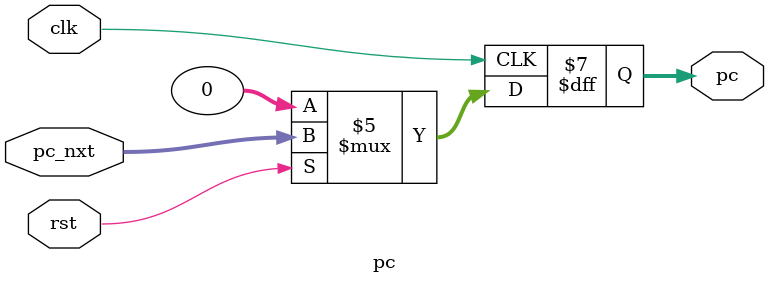
<source format=v>
`timescale 1ns / 1ps


module pc(
    input clk,
    input rst,
    input [31:0] pc_nxt,
    output reg [31:0] pc=0
    );
    always@(posedge clk )
    begin
    if(~rst)
    pc<=32'd0;
    else
    pc<=pc_nxt;
    end
endmodule

</source>
